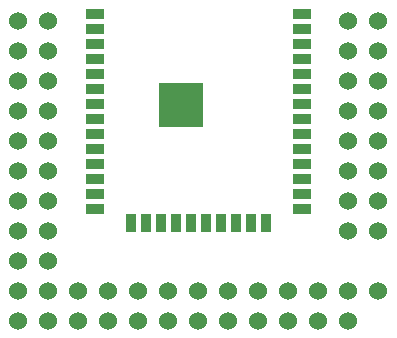
<source format=gbr>
%TF.GenerationSoftware,KiCad,Pcbnew,7.0.10*%
%TF.CreationDate,2024-01-17T03:24:24-05:00*%
%TF.ProjectId,esp32-wroom-socket,65737033-322d-4777-926f-6f6d2d736f63,rev?*%
%TF.SameCoordinates,Original*%
%TF.FileFunction,Soldermask,Top*%
%TF.FilePolarity,Negative*%
%FSLAX46Y46*%
G04 Gerber Fmt 4.6, Leading zero omitted, Abs format (unit mm)*
G04 Created by KiCad (PCBNEW 7.0.10) date 2024-01-17 03:24:24*
%MOMM*%
%LPD*%
G01*
G04 APERTURE LIST*
%ADD10C,1.524000*%
%ADD11R,1.500000X0.900000*%
%ADD12R,0.900000X1.500000*%
%ADD13R,3.800000X3.800000*%
G04 APERTURE END LIST*
D10*
%TO.C,U1*%
X144780000Y-99060000D03*
X144780000Y-106680000D03*
X147320000Y-99060000D03*
X147320000Y-106680000D03*
X149860000Y-106680000D03*
X152400000Y-106680000D03*
X154940000Y-106680000D03*
X157480000Y-106680000D03*
X160020000Y-106680000D03*
X162560000Y-106680000D03*
X165100000Y-106680000D03*
X167640000Y-106680000D03*
X170180000Y-106680000D03*
X172720000Y-106680000D03*
X175260000Y-104140000D03*
X144780000Y-81280000D03*
D11*
X151270000Y-80650000D03*
D10*
X144780000Y-104140000D03*
X147320000Y-81280000D03*
D11*
X151270000Y-81920000D03*
D10*
X144780000Y-83820000D03*
D11*
X151270000Y-83190000D03*
D10*
X147320000Y-83820000D03*
D11*
X151270000Y-84460000D03*
D10*
X144780000Y-86360000D03*
D11*
X151270000Y-85730000D03*
D10*
X147320000Y-86360000D03*
D11*
X151270000Y-87000000D03*
D10*
X144780000Y-88900000D03*
D11*
X151270000Y-88270000D03*
D10*
X147320000Y-88900000D03*
D11*
X151270000Y-89540000D03*
D10*
X144780000Y-91440000D03*
D11*
X151270000Y-90810000D03*
D10*
X147320000Y-91440000D03*
D11*
X151270000Y-92080000D03*
D10*
X144780000Y-93980000D03*
D11*
X151270000Y-93350000D03*
D10*
X147320000Y-93980000D03*
D11*
X151270000Y-94620000D03*
D10*
X144780000Y-96520000D03*
D11*
X151270000Y-95890000D03*
D10*
X147320000Y-96520000D03*
D11*
X151270000Y-97160000D03*
D10*
X144780000Y-101600000D03*
X147320000Y-101600000D03*
X147320000Y-104140000D03*
X149860000Y-104140000D03*
D12*
X154310000Y-98410000D03*
D10*
X152400000Y-104140000D03*
D12*
X155580000Y-98410000D03*
D10*
X154940000Y-104140000D03*
D12*
X156850000Y-98410000D03*
D10*
X157480000Y-104140000D03*
D12*
X158120000Y-98410000D03*
X159390000Y-98410000D03*
D10*
X160020000Y-104140000D03*
D12*
X160660000Y-98410000D03*
D10*
X162560000Y-104140000D03*
D12*
X161930000Y-98410000D03*
D10*
X165100000Y-104140000D03*
D12*
X163200000Y-98410000D03*
D10*
X167640000Y-104140000D03*
D12*
X164470000Y-98410000D03*
D10*
X170180000Y-104140000D03*
D12*
X165740000Y-98410000D03*
D10*
X172720000Y-104140000D03*
D11*
X168770000Y-97160000D03*
D10*
X172720000Y-99060000D03*
X175260000Y-96520000D03*
D11*
X168770000Y-95890000D03*
D10*
X172720000Y-96520000D03*
D11*
X168770000Y-94620000D03*
D10*
X175260000Y-93980000D03*
D11*
X168770000Y-93350000D03*
D10*
X172720000Y-93980000D03*
D11*
X168770000Y-92080000D03*
D10*
X175260000Y-91440000D03*
D11*
X168770000Y-90810000D03*
D10*
X172720000Y-91440000D03*
D11*
X168770000Y-89540000D03*
D10*
X175260000Y-88900000D03*
D11*
X168770000Y-88270000D03*
D10*
X172720000Y-88900000D03*
D11*
X168770000Y-87000000D03*
D10*
X175260000Y-86360000D03*
D11*
X168770000Y-85730000D03*
D10*
X172720000Y-86360000D03*
D11*
X168770000Y-84460000D03*
D10*
X175260000Y-83820000D03*
D11*
X168770000Y-83190000D03*
D10*
X172720000Y-83820000D03*
D11*
X168770000Y-81920000D03*
D10*
X175260000Y-81280000D03*
D11*
X168770000Y-80650000D03*
D10*
X172720000Y-81280000D03*
X175260000Y-99060000D03*
D13*
X158520000Y-88370000D03*
%TD*%
M02*

</source>
